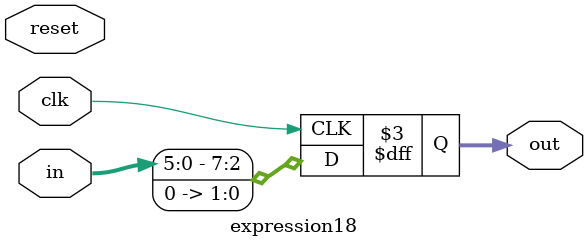
<source format=v>
module expression18
  #(parameter integer WIDTH = 8)
  (input wire             reset,
   input wire             clk,
   input wire [WIDTH-1:0] in,
   output reg [WIDTH-1:0] out);

   always @(posedge clk) out <= in <<< 2;

endmodule

</source>
